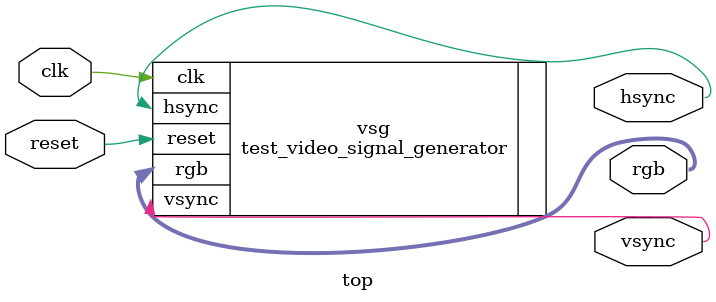
<source format=v>
`include "test_video_signal_generator.v"

module top (clk, reset, hsync, vsync, rgb);
    input wire clk, reset;
    output wire hsync, vsync;
    output wire [2:0] rgb;


    test_video_signal_generator vsg(
        .clk(clk),
        .reset(reset),
        .hsync(hsync),
        .vsync(vsync),
        .rgb(rgb)
    );

endmodule

</source>
